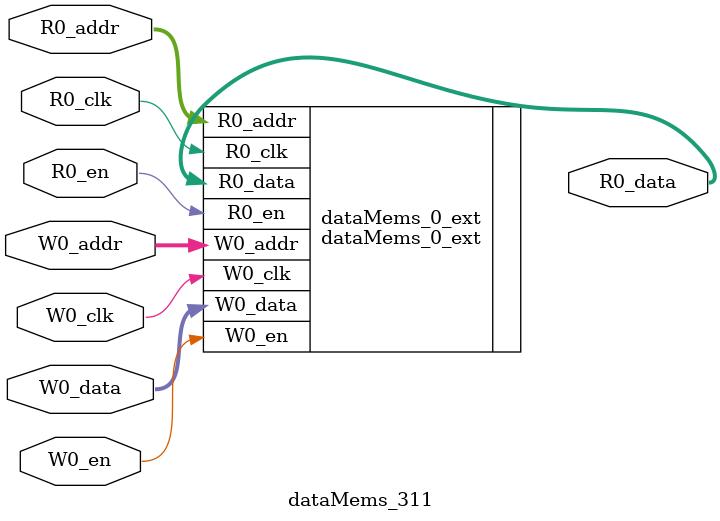
<source format=sv>
`ifndef RANDOMIZE
  `ifdef RANDOMIZE_REG_INIT
    `define RANDOMIZE
  `endif // RANDOMIZE_REG_INIT
`endif // not def RANDOMIZE
`ifndef RANDOMIZE
  `ifdef RANDOMIZE_MEM_INIT
    `define RANDOMIZE
  `endif // RANDOMIZE_MEM_INIT
`endif // not def RANDOMIZE

`ifndef RANDOM
  `define RANDOM $random
`endif // not def RANDOM

// Users can define 'PRINTF_COND' to add an extra gate to prints.
`ifndef PRINTF_COND_
  `ifdef PRINTF_COND
    `define PRINTF_COND_ (`PRINTF_COND)
  `else  // PRINTF_COND
    `define PRINTF_COND_ 1
  `endif // PRINTF_COND
`endif // not def PRINTF_COND_

// Users can define 'ASSERT_VERBOSE_COND' to add an extra gate to assert error printing.
`ifndef ASSERT_VERBOSE_COND_
  `ifdef ASSERT_VERBOSE_COND
    `define ASSERT_VERBOSE_COND_ (`ASSERT_VERBOSE_COND)
  `else  // ASSERT_VERBOSE_COND
    `define ASSERT_VERBOSE_COND_ 1
  `endif // ASSERT_VERBOSE_COND
`endif // not def ASSERT_VERBOSE_COND_

// Users can define 'STOP_COND' to add an extra gate to stop conditions.
`ifndef STOP_COND_
  `ifdef STOP_COND
    `define STOP_COND_ (`STOP_COND)
  `else  // STOP_COND
    `define STOP_COND_ 1
  `endif // STOP_COND
`endif // not def STOP_COND_

// Users can define INIT_RANDOM as general code that gets injected into the
// initializer block for modules with registers.
`ifndef INIT_RANDOM
  `define INIT_RANDOM
`endif // not def INIT_RANDOM

// If using random initialization, you can also define RANDOMIZE_DELAY to
// customize the delay used, otherwise 0.002 is used.
`ifndef RANDOMIZE_DELAY
  `define RANDOMIZE_DELAY 0.002
`endif // not def RANDOMIZE_DELAY

// Define INIT_RANDOM_PROLOG_ for use in our modules below.
`ifndef INIT_RANDOM_PROLOG_
  `ifdef RANDOMIZE
    `ifdef VERILATOR
      `define INIT_RANDOM_PROLOG_ `INIT_RANDOM
    `else  // VERILATOR
      `define INIT_RANDOM_PROLOG_ `INIT_RANDOM #`RANDOMIZE_DELAY begin end
    `endif // VERILATOR
  `else  // RANDOMIZE
    `define INIT_RANDOM_PROLOG_
  `endif // RANDOMIZE
`endif // not def INIT_RANDOM_PROLOG_

// Include register initializers in init blocks unless synthesis is set
`ifndef SYNTHESIS
  `ifndef ENABLE_INITIAL_REG_
    `define ENABLE_INITIAL_REG_
  `endif // not def ENABLE_INITIAL_REG_
`endif // not def SYNTHESIS

// Include rmemory initializers in init blocks unless synthesis is set
`ifndef SYNTHESIS
  `ifndef ENABLE_INITIAL_MEM_
    `define ENABLE_INITIAL_MEM_
  `endif // not def ENABLE_INITIAL_MEM_
`endif // not def SYNTHESIS

module dataMems_311(	// @[generators/ara/src/main/scala/UnsafeAXI4ToTL.scala:365:62]
  input  [4:0]  R0_addr,
  input         R0_en,
  input         R0_clk,
  output [66:0] R0_data,
  input  [4:0]  W0_addr,
  input         W0_en,
  input         W0_clk,
  input  [66:0] W0_data
);

  dataMems_0_ext dataMems_0_ext (	// @[generators/ara/src/main/scala/UnsafeAXI4ToTL.scala:365:62]
    .R0_addr (R0_addr),
    .R0_en   (R0_en),
    .R0_clk  (R0_clk),
    .R0_data (R0_data),
    .W0_addr (W0_addr),
    .W0_en   (W0_en),
    .W0_clk  (W0_clk),
    .W0_data (W0_data)
  );
endmodule


</source>
